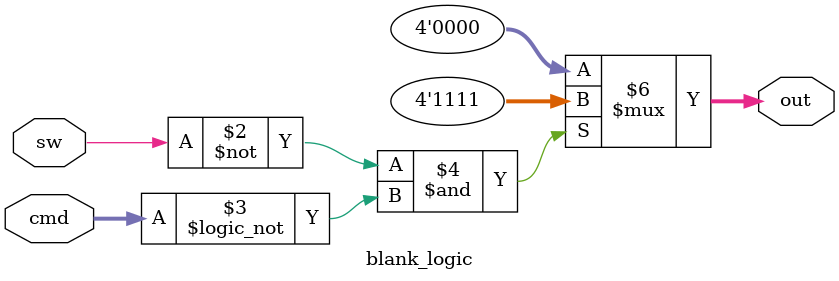
<source format=v>
`timescale 1ns / 1ps
module blank_logic(
    input [3:0] cmd,
    input sw,
    output reg [3:0] out
    );

always @ (*)
	begin
		 if ((sw == 0) & (cmd == 0))
			  out <= 4'b1111;
		 else
			  out <= 0;
	end

endmodule

</source>
